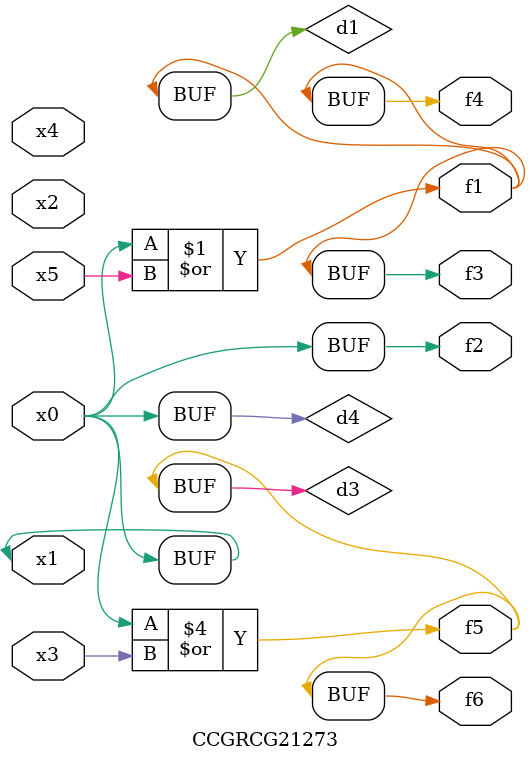
<source format=v>
module CCGRCG21273(
	input x0, x1, x2, x3, x4, x5,
	output f1, f2, f3, f4, f5, f6
);

	wire d1, d2, d3, d4;

	or (d1, x0, x5);
	xnor (d2, x1, x4);
	or (d3, x0, x3);
	buf (d4, x0, x1);
	assign f1 = d1;
	assign f2 = d4;
	assign f3 = d1;
	assign f4 = d1;
	assign f5 = d3;
	assign f6 = d3;
endmodule

</source>
